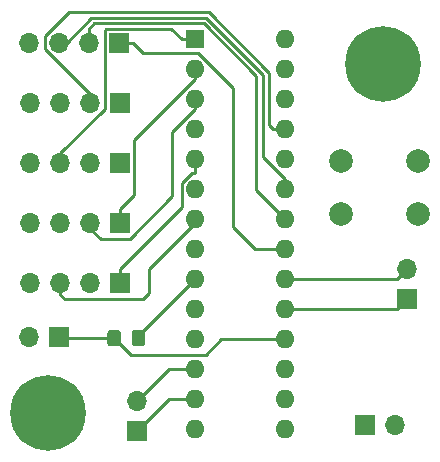
<source format=gbr>
%TF.GenerationSoftware,KiCad,Pcbnew,(5.1.6)-1*%
%TF.CreationDate,2020-09-17T22:35:37+02:00*%
%TF.ProjectId,gpioexpander4,6770696f-6578-4706-916e-646572342e6b,rev?*%
%TF.SameCoordinates,Original*%
%TF.FileFunction,Copper,L1,Top*%
%TF.FilePolarity,Positive*%
%FSLAX46Y46*%
G04 Gerber Fmt 4.6, Leading zero omitted, Abs format (unit mm)*
G04 Created by KiCad (PCBNEW (5.1.6)-1) date 2020-09-17 22:35:37*
%MOMM*%
%LPD*%
G01*
G04 APERTURE LIST*
%TA.AperFunction,ComponentPad*%
%ADD10O,1.700000X1.700000*%
%TD*%
%TA.AperFunction,ComponentPad*%
%ADD11R,1.700000X1.700000*%
%TD*%
%TA.AperFunction,ComponentPad*%
%ADD12C,6.400000*%
%TD*%
%TA.AperFunction,ComponentPad*%
%ADD13C,2.000000*%
%TD*%
%TA.AperFunction,ComponentPad*%
%ADD14O,1.600000X1.600000*%
%TD*%
%TA.AperFunction,ComponentPad*%
%ADD15R,1.600000X1.600000*%
%TD*%
%TA.AperFunction,Conductor*%
%ADD16C,0.250000*%
%TD*%
G04 APERTURE END LIST*
%TO.P,R10,2*%
%TO.N,+3V3*%
%TA.AperFunction,SMDPad,CuDef*%
G36*
G01*
X118442000Y-76904001D02*
X118442000Y-76003999D01*
G75*
G02*
X118691999Y-75754000I249999J0D01*
G01*
X119342001Y-75754000D01*
G75*
G02*
X119592000Y-76003999I0J-249999D01*
G01*
X119592000Y-76904001D01*
G75*
G02*
X119342001Y-77154000I-249999J0D01*
G01*
X118691999Y-77154000D01*
G75*
G02*
X118442000Y-76904001I0J249999D01*
G01*
G37*
%TD.AperFunction*%
%TO.P,R10,1*%
%TO.N,/~RESET*%
%TA.AperFunction,SMDPad,CuDef*%
G36*
G01*
X116392000Y-76904001D02*
X116392000Y-76003999D01*
G75*
G02*
X116641999Y-75754000I249999J0D01*
G01*
X117292001Y-75754000D01*
G75*
G02*
X117542000Y-76003999I0J-249999D01*
G01*
X117542000Y-76904001D01*
G75*
G02*
X117292001Y-77154000I-249999J0D01*
G01*
X116641999Y-77154000D01*
G75*
G02*
X116392000Y-76904001I0J249999D01*
G01*
G37*
%TD.AperFunction*%
%TD*%
D10*
%TO.P,J9,2*%
%TO.N,GND*%
X109728000Y-76327000D03*
D11*
%TO.P,J9,1*%
%TO.N,/~RESET*%
X112268000Y-76327000D03*
%TD*%
D12*
%TO.P,H2,1*%
%TO.N,GND*%
X111379000Y-82804000D03*
%TD*%
%TO.P,H1,1*%
%TO.N,GND*%
X139700000Y-53213000D03*
%TD*%
D13*
%TO.P,SW1,1*%
%TO.N,/Action*%
X142644000Y-61468000D03*
%TO.P,SW1,2*%
%TO.N,GND*%
X142644000Y-65968000D03*
%TO.P,SW1,1*%
%TO.N,/Action*%
X136144000Y-61468000D03*
%TO.P,SW1,2*%
%TO.N,GND*%
X136144000Y-65968000D03*
%TD*%
D14*
%TO.P,U1,28*%
%TO.N,/P3_2*%
X131445000Y-51155000D03*
%TO.P,U1,14*%
%TO.N,N/C*%
X123825000Y-84175000D03*
%TO.P,U1,27*%
%TO.N,/P3_1*%
X131445000Y-53695000D03*
%TO.P,U1,13*%
%TO.N,/SDA*%
X123825000Y-81635000D03*
%TO.P,U1,26*%
%TO.N,/P2_3*%
X131445000Y-56235000D03*
%TO.P,U1,12*%
%TO.N,/SCK*%
X123825000Y-79095000D03*
%TO.P,U1,25*%
%TO.N,/P2_2*%
X131445000Y-58775000D03*
%TO.P,U1,11*%
%TO.N,N/C*%
X123825000Y-76555000D03*
%TO.P,U1,24*%
%TO.N,/P2_1*%
X131445000Y-61315000D03*
%TO.P,U1,10*%
%TO.N,GND*%
X123825000Y-74015000D03*
%TO.P,U1,23*%
%TO.N,/P1_3*%
X131445000Y-63855000D03*
%TO.P,U1,9*%
%TO.N,+3V3*%
X123825000Y-71475000D03*
%TO.P,U1,22*%
%TO.N,/P1_2*%
X131445000Y-66395000D03*
%TO.P,U1,8*%
%TO.N,/Action*%
X123825000Y-68935000D03*
%TO.P,U1,21*%
%TO.N,/P1_1*%
X131445000Y-68935000D03*
%TO.P,U1,7*%
%TO.N,/P5_3*%
X123825000Y-66395000D03*
%TO.P,U1,20*%
%TO.N,/INTA*%
X131445000Y-71475000D03*
%TO.P,U1,6*%
%TO.N,/P5_2*%
X123825000Y-63855000D03*
%TO.P,U1,19*%
%TO.N,/INTB*%
X131445000Y-74015000D03*
%TO.P,U1,5*%
%TO.N,/P5_1*%
X123825000Y-61315000D03*
%TO.P,U1,18*%
%TO.N,/~RESET*%
X131445000Y-76555000D03*
%TO.P,U1,4*%
%TO.N,/P4_3*%
X123825000Y-58775000D03*
%TO.P,U1,17*%
%TO.N,/A2*%
X131445000Y-79095000D03*
%TO.P,U1,3*%
%TO.N,/P4_2*%
X123825000Y-56235000D03*
%TO.P,U1,16*%
%TO.N,/A1*%
X131445000Y-81635000D03*
%TO.P,U1,2*%
%TO.N,/P4_1*%
X123825000Y-53695000D03*
%TO.P,U1,15*%
%TO.N,/A0*%
X131445000Y-84175000D03*
D15*
%TO.P,U1,1*%
%TO.N,/P3_3*%
X123825000Y-51155000D03*
%TD*%
D10*
%TO.P,J8,2*%
%TO.N,/INTA*%
X141732000Y-70612000D03*
D11*
%TO.P,J8,1*%
%TO.N,/INTB*%
X141732000Y-73152000D03*
%TD*%
D10*
%TO.P,J7,4*%
%TO.N,GND*%
X109855000Y-71755000D03*
%TO.P,J7,3*%
%TO.N,/P5_3*%
X112395000Y-71755000D03*
%TO.P,J7,2*%
%TO.N,/P5_2*%
X114935000Y-71755000D03*
D11*
%TO.P,J7,1*%
%TO.N,/P5_1*%
X117475000Y-71755000D03*
%TD*%
D10*
%TO.P,J6,4*%
%TO.N,GND*%
X109855000Y-66675000D03*
%TO.P,J6,3*%
%TO.N,/P4_3*%
X112395000Y-66675000D03*
%TO.P,J6,2*%
%TO.N,/P4_2*%
X114935000Y-66675000D03*
D11*
%TO.P,J6,1*%
%TO.N,/P4_1*%
X117475000Y-66675000D03*
%TD*%
D10*
%TO.P,J5,4*%
%TO.N,GND*%
X109855000Y-61595000D03*
%TO.P,J5,3*%
%TO.N,/P3_3*%
X112395000Y-61595000D03*
%TO.P,J5,2*%
%TO.N,/P3_2*%
X114935000Y-61595000D03*
D11*
%TO.P,J5,1*%
%TO.N,/P3_1*%
X117475000Y-61595000D03*
%TD*%
D10*
%TO.P,J4,4*%
%TO.N,GND*%
X109855000Y-56515000D03*
%TO.P,J4,3*%
%TO.N,/P2_3*%
X112395000Y-56515000D03*
%TO.P,J4,2*%
%TO.N,/P2_2*%
X114935000Y-56515000D03*
D11*
%TO.P,J4,1*%
%TO.N,/P2_1*%
X117475000Y-56515000D03*
%TD*%
D10*
%TO.P,J3,4*%
%TO.N,GND*%
X109728000Y-51435000D03*
%TO.P,J3,3*%
%TO.N,/P1_3*%
X112268000Y-51435000D03*
%TO.P,J3,2*%
%TO.N,/P1_2*%
X114808000Y-51435000D03*
D11*
%TO.P,J3,1*%
%TO.N,/P1_1*%
X117348000Y-51435000D03*
%TD*%
D10*
%TO.P,J2,2*%
%TO.N,/SCK*%
X118872000Y-81788000D03*
D11*
%TO.P,J2,1*%
%TO.N,/SDA*%
X118872000Y-84328000D03*
%TD*%
D10*
%TO.P,J1,2*%
%TO.N,GND*%
X140716000Y-83820000D03*
D11*
%TO.P,J1,1*%
%TO.N,+3V3*%
X138176000Y-83820000D03*
%TD*%
D16*
%TO.N,+3V3*%
X119017000Y-76283000D02*
X119017000Y-76454000D01*
X123825000Y-71475000D02*
X119017000Y-76283000D01*
%TO.N,/SCK*%
X121565000Y-79095000D02*
X123825000Y-79095000D01*
X118872000Y-81788000D02*
X121565000Y-79095000D01*
%TO.N,/SDA*%
X121565000Y-81635000D02*
X123825000Y-81635000D01*
X118872000Y-84328000D02*
X121565000Y-81635000D01*
%TO.N,/P1_3*%
X131445000Y-63011100D02*
X131445000Y-63855000D01*
X129518100Y-61084200D02*
X131445000Y-63011100D01*
X112268000Y-51435000D02*
X112929100Y-51435000D01*
X112929100Y-51435000D02*
X115038700Y-49325400D01*
X129518100Y-54147700D02*
X129518100Y-61084200D01*
X124695800Y-49325400D02*
X129518100Y-54147700D01*
X115038700Y-49325400D02*
X124695800Y-49325400D01*
%TO.N,/P1_2*%
X114808000Y-50259700D02*
X114808000Y-51435000D01*
X128968800Y-63918800D02*
X128968800Y-54235300D01*
X128968800Y-54235300D02*
X124522300Y-49788800D01*
X124522300Y-49788800D02*
X115278900Y-49788800D01*
X131445000Y-66395000D02*
X128968800Y-63918800D01*
X115278900Y-49788800D02*
X114808000Y-50259700D01*
%TO.N,/P1_1*%
X118523300Y-51435000D02*
X117348000Y-51435000D01*
X128879000Y-68935000D02*
X127000000Y-67056000D01*
X131445000Y-68935000D02*
X128879000Y-68935000D01*
X127000000Y-55267000D02*
X124013400Y-52280400D01*
X119368700Y-52280400D02*
X118523300Y-51435000D01*
X127000000Y-67056000D02*
X127000000Y-55267000D01*
X124013400Y-52280400D02*
X119368700Y-52280400D01*
%TO.N,/P2_2*%
X130403000Y-58775000D02*
X131445000Y-58775000D01*
X130048000Y-58420000D02*
X130403000Y-58775000D01*
X130048000Y-53964200D02*
X130048000Y-58420000D01*
X124954200Y-48870400D02*
X130048000Y-53964200D01*
X113115900Y-48870400D02*
X124954200Y-48870400D01*
X114935000Y-55780400D02*
X111087900Y-51933300D01*
X114935000Y-56515000D02*
X114935000Y-55780400D01*
X111087900Y-50898400D02*
X113115900Y-48870400D01*
X111087900Y-51933300D02*
X111087900Y-50898400D01*
%TO.N,/P3_3*%
X122699700Y-51155000D02*
X123825000Y-51155000D01*
X121804300Y-50259600D02*
X122699700Y-51155000D01*
X116305400Y-50259600D02*
X121804300Y-50259600D01*
X112395000Y-60787000D02*
X116172600Y-57009400D01*
X112395000Y-61595000D02*
X112395000Y-60787000D01*
X116172600Y-57009400D02*
X116172600Y-50392400D01*
X116172600Y-50392400D02*
X116305400Y-50259600D01*
%TO.N,/P4_2*%
X123825000Y-57079000D02*
X123825000Y-56235000D01*
X121880600Y-59023400D02*
X123825000Y-57079000D01*
X114935000Y-67183000D02*
X115824000Y-68072000D01*
X121880600Y-64449100D02*
X121880600Y-59023400D01*
X114935000Y-66675000D02*
X114935000Y-67183000D01*
X115824000Y-68072000D02*
X118257700Y-68072000D01*
X118257700Y-68072000D02*
X121880600Y-64449100D01*
%TO.N,/P4_1*%
X118650300Y-64324400D02*
X117475000Y-65499700D01*
X118650300Y-59713700D02*
X118650300Y-64324400D01*
X123825000Y-53695000D02*
X123825000Y-54539000D01*
X117475000Y-65499700D02*
X117475000Y-66675000D01*
X123825000Y-54539000D02*
X118650300Y-59713700D01*
%TO.N,/P5_3*%
X123825000Y-66675000D02*
X123825000Y-66395000D01*
X119888000Y-70612000D02*
X123825000Y-66675000D01*
X112395000Y-72771000D02*
X112776000Y-73152000D01*
X112395000Y-71755000D02*
X112395000Y-72771000D01*
X119380000Y-73152000D02*
X119888000Y-72644000D01*
X112776000Y-73152000D02*
X119380000Y-73152000D01*
X119888000Y-72644000D02*
X119888000Y-70612000D01*
%TO.N,/P5_1*%
X123825000Y-61315000D02*
X123825000Y-62440300D01*
X117475000Y-71755000D02*
X117475000Y-70579700D01*
X117475000Y-70579700D02*
X122699700Y-65355000D01*
X122699700Y-65355000D02*
X122699700Y-63284200D01*
X122699700Y-63284200D02*
X123543600Y-62440300D01*
X123543600Y-62440300D02*
X123825000Y-62440300D01*
%TO.N,/INTA*%
X131445000Y-71475000D02*
X140869000Y-71475000D01*
X140869000Y-71475000D02*
X141732000Y-70612000D01*
%TO.N,/INTB*%
X140869000Y-74015000D02*
X141732000Y-73152000D01*
X131445000Y-74015000D02*
X140869000Y-74015000D01*
%TO.N,/~RESET*%
X112395000Y-76454000D02*
X112268000Y-76327000D01*
X116967000Y-76454000D02*
X112395000Y-76454000D01*
X131445000Y-76555000D02*
X126010000Y-76555000D01*
X118364000Y-77851000D02*
X116967000Y-76454000D01*
X124714000Y-77851000D02*
X118364000Y-77851000D01*
X126010000Y-76555000D02*
X124714000Y-77851000D01*
%TD*%
M02*

</source>
